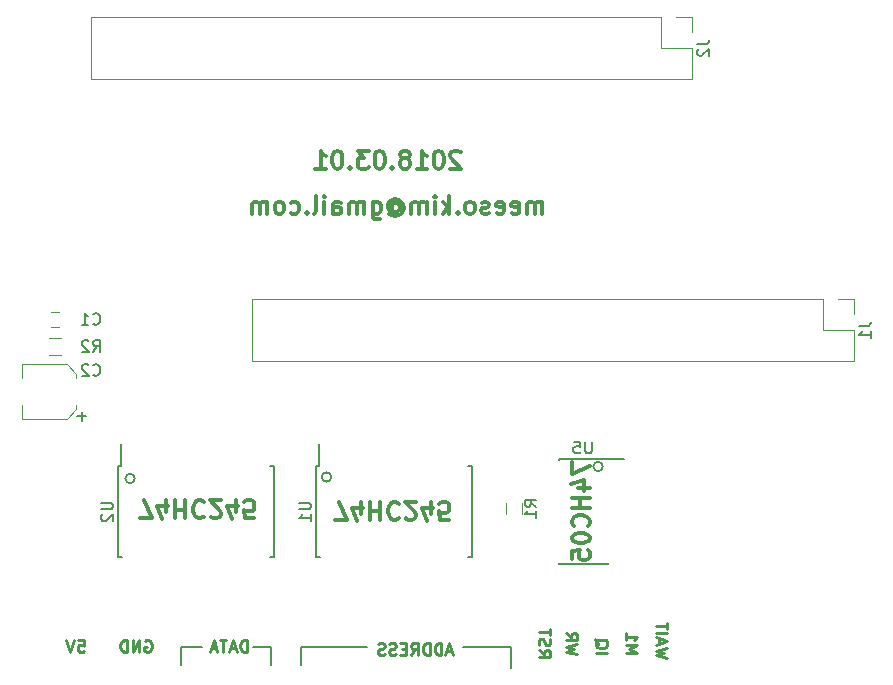
<source format=gbr>
G04 #@! TF.FileFunction,Legend,Bot*
%FSLAX46Y46*%
G04 Gerber Fmt 4.6, Leading zero omitted, Abs format (unit mm)*
G04 Created by KiCad (PCBNEW 4.0.7) date 03/01/18 16:35:59*
%MOMM*%
%LPD*%
G01*
G04 APERTURE LIST*
%ADD10C,0.100000*%
%ADD11C,0.200000*%
%ADD12C,0.300000*%
%ADD13C,0.250000*%
%ADD14C,0.120000*%
%ADD15C,0.150000*%
G04 APERTURE END LIST*
D10*
D11*
X175407609Y-89154000D02*
G75*
G03X175407609Y-89154000I-401609J0D01*
G01*
D12*
X172787571Y-88785430D02*
X172787571Y-89785430D01*
X174287571Y-89142573D01*
X173287571Y-90999715D02*
X174287571Y-90999715D01*
X172716143Y-90642572D02*
X173787571Y-90285429D01*
X173787571Y-91214001D01*
X174287571Y-91785429D02*
X172787571Y-91785429D01*
X173501857Y-91785429D02*
X173501857Y-92642572D01*
X174287571Y-92642572D02*
X172787571Y-92642572D01*
X174144714Y-94214001D02*
X174216143Y-94142572D01*
X174287571Y-93928286D01*
X174287571Y-93785429D01*
X174216143Y-93571144D01*
X174073286Y-93428286D01*
X173930429Y-93356858D01*
X173644714Y-93285429D01*
X173430429Y-93285429D01*
X173144714Y-93356858D01*
X173001857Y-93428286D01*
X172859000Y-93571144D01*
X172787571Y-93785429D01*
X172787571Y-93928286D01*
X172859000Y-94142572D01*
X172930429Y-94214001D01*
X172787571Y-95142572D02*
X172787571Y-95285429D01*
X172859000Y-95428286D01*
X172930429Y-95499715D01*
X173073286Y-95571144D01*
X173359000Y-95642572D01*
X173716143Y-95642572D01*
X174001857Y-95571144D01*
X174144714Y-95499715D01*
X174216143Y-95428286D01*
X174287571Y-95285429D01*
X174287571Y-95142572D01*
X174216143Y-94999715D01*
X174144714Y-94928286D01*
X174001857Y-94856858D01*
X173716143Y-94785429D01*
X173359000Y-94785429D01*
X173073286Y-94856858D01*
X172930429Y-94928286D01*
X172859000Y-94999715D01*
X172787571Y-95142572D01*
X172787571Y-96999715D02*
X172787571Y-96285429D01*
X173501857Y-96214000D01*
X173430429Y-96285429D01*
X173359000Y-96428286D01*
X173359000Y-96785429D01*
X173430429Y-96928286D01*
X173501857Y-96999715D01*
X173644714Y-97071143D01*
X174001857Y-97071143D01*
X174144714Y-96999715D01*
X174216143Y-96928286D01*
X174287571Y-96785429D01*
X174287571Y-96428286D01*
X174216143Y-96285429D01*
X174144714Y-96214000D01*
D11*
X135783609Y-90170000D02*
G75*
G03X135783609Y-90170000I-401609J0D01*
G01*
D12*
X136204144Y-93531429D02*
X137204144Y-93531429D01*
X136561287Y-92031429D01*
X138418429Y-93031429D02*
X138418429Y-92031429D01*
X138061286Y-93602857D02*
X137704143Y-92531429D01*
X138632715Y-92531429D01*
X139204143Y-92031429D02*
X139204143Y-93531429D01*
X139204143Y-92817143D02*
X140061286Y-92817143D01*
X140061286Y-92031429D02*
X140061286Y-93531429D01*
X141632715Y-92174286D02*
X141561286Y-92102857D01*
X141347000Y-92031429D01*
X141204143Y-92031429D01*
X140989858Y-92102857D01*
X140847000Y-92245714D01*
X140775572Y-92388571D01*
X140704143Y-92674286D01*
X140704143Y-92888571D01*
X140775572Y-93174286D01*
X140847000Y-93317143D01*
X140989858Y-93460000D01*
X141204143Y-93531429D01*
X141347000Y-93531429D01*
X141561286Y-93460000D01*
X141632715Y-93388571D01*
X142204143Y-93388571D02*
X142275572Y-93460000D01*
X142418429Y-93531429D01*
X142775572Y-93531429D01*
X142918429Y-93460000D01*
X142989858Y-93388571D01*
X143061286Y-93245714D01*
X143061286Y-93102857D01*
X142989858Y-92888571D01*
X142132715Y-92031429D01*
X143061286Y-92031429D01*
X144347000Y-93031429D02*
X144347000Y-92031429D01*
X143989857Y-93602857D02*
X143632714Y-92531429D01*
X144561286Y-92531429D01*
X145847000Y-93531429D02*
X145132714Y-93531429D01*
X145061285Y-92817143D01*
X145132714Y-92888571D01*
X145275571Y-92960000D01*
X145632714Y-92960000D01*
X145775571Y-92888571D01*
X145847000Y-92817143D01*
X145918428Y-92674286D01*
X145918428Y-92317143D01*
X145847000Y-92174286D01*
X145775571Y-92102857D01*
X145632714Y-92031429D01*
X145275571Y-92031429D01*
X145132714Y-92102857D01*
X145061285Y-92174286D01*
D11*
X152420609Y-90043000D02*
G75*
G03X152420609Y-90043000I-401609J0D01*
G01*
D12*
X152714144Y-93658429D02*
X153714144Y-93658429D01*
X153071287Y-92158429D01*
X154928429Y-93158429D02*
X154928429Y-92158429D01*
X154571286Y-93729857D02*
X154214143Y-92658429D01*
X155142715Y-92658429D01*
X155714143Y-92158429D02*
X155714143Y-93658429D01*
X155714143Y-92944143D02*
X156571286Y-92944143D01*
X156571286Y-92158429D02*
X156571286Y-93658429D01*
X158142715Y-92301286D02*
X158071286Y-92229857D01*
X157857000Y-92158429D01*
X157714143Y-92158429D01*
X157499858Y-92229857D01*
X157357000Y-92372714D01*
X157285572Y-92515571D01*
X157214143Y-92801286D01*
X157214143Y-93015571D01*
X157285572Y-93301286D01*
X157357000Y-93444143D01*
X157499858Y-93587000D01*
X157714143Y-93658429D01*
X157857000Y-93658429D01*
X158071286Y-93587000D01*
X158142715Y-93515571D01*
X158714143Y-93515571D02*
X158785572Y-93587000D01*
X158928429Y-93658429D01*
X159285572Y-93658429D01*
X159428429Y-93587000D01*
X159499858Y-93515571D01*
X159571286Y-93372714D01*
X159571286Y-93229857D01*
X159499858Y-93015571D01*
X158642715Y-92158429D01*
X159571286Y-92158429D01*
X160857000Y-93158429D02*
X160857000Y-92158429D01*
X160499857Y-93729857D02*
X160142714Y-92658429D01*
X161071286Y-92658429D01*
X162357000Y-93658429D02*
X161642714Y-93658429D01*
X161571285Y-92944143D01*
X161642714Y-93015571D01*
X161785571Y-93087000D01*
X162142714Y-93087000D01*
X162285571Y-93015571D01*
X162357000Y-92944143D01*
X162428428Y-92801286D01*
X162428428Y-92444143D01*
X162357000Y-92301286D01*
X162285571Y-92229857D01*
X162142714Y-92158429D01*
X161785571Y-92158429D01*
X161642714Y-92229857D01*
X161571285Y-92301286D01*
D11*
X167640000Y-104394000D02*
X163576000Y-104394000D01*
X167640000Y-106172000D02*
X167640000Y-104394000D01*
X149860000Y-104394000D02*
X155448000Y-104394000D01*
X149860000Y-105918000D02*
X149860000Y-104394000D01*
X147320000Y-104394000D02*
X145796000Y-104394000D01*
X147320000Y-105918000D02*
X147320000Y-104394000D01*
X139700000Y-104394000D02*
X141478000Y-104394000D01*
X139700000Y-105918000D02*
X139700000Y-104394000D01*
D13*
X162654857Y-104814667D02*
X162178666Y-104814667D01*
X162750095Y-105100381D02*
X162416762Y-104100381D01*
X162083428Y-105100381D01*
X161750095Y-105100381D02*
X161750095Y-104100381D01*
X161512000Y-104100381D01*
X161369142Y-104148000D01*
X161273904Y-104243238D01*
X161226285Y-104338476D01*
X161178666Y-104528952D01*
X161178666Y-104671810D01*
X161226285Y-104862286D01*
X161273904Y-104957524D01*
X161369142Y-105052762D01*
X161512000Y-105100381D01*
X161750095Y-105100381D01*
X160750095Y-105100381D02*
X160750095Y-104100381D01*
X160512000Y-104100381D01*
X160369142Y-104148000D01*
X160273904Y-104243238D01*
X160226285Y-104338476D01*
X160178666Y-104528952D01*
X160178666Y-104671810D01*
X160226285Y-104862286D01*
X160273904Y-104957524D01*
X160369142Y-105052762D01*
X160512000Y-105100381D01*
X160750095Y-105100381D01*
X159178666Y-105100381D02*
X159512000Y-104624190D01*
X159750095Y-105100381D02*
X159750095Y-104100381D01*
X159369142Y-104100381D01*
X159273904Y-104148000D01*
X159226285Y-104195619D01*
X159178666Y-104290857D01*
X159178666Y-104433714D01*
X159226285Y-104528952D01*
X159273904Y-104576571D01*
X159369142Y-104624190D01*
X159750095Y-104624190D01*
X158750095Y-104576571D02*
X158416761Y-104576571D01*
X158273904Y-105100381D02*
X158750095Y-105100381D01*
X158750095Y-104100381D01*
X158273904Y-104100381D01*
X157892952Y-105052762D02*
X157750095Y-105100381D01*
X157511999Y-105100381D01*
X157416761Y-105052762D01*
X157369142Y-105005143D01*
X157321523Y-104909905D01*
X157321523Y-104814667D01*
X157369142Y-104719429D01*
X157416761Y-104671810D01*
X157511999Y-104624190D01*
X157702476Y-104576571D01*
X157797714Y-104528952D01*
X157845333Y-104481333D01*
X157892952Y-104386095D01*
X157892952Y-104290857D01*
X157845333Y-104195619D01*
X157797714Y-104148000D01*
X157702476Y-104100381D01*
X157464380Y-104100381D01*
X157321523Y-104148000D01*
X156940571Y-105052762D02*
X156797714Y-105100381D01*
X156559618Y-105100381D01*
X156464380Y-105052762D01*
X156416761Y-105005143D01*
X156369142Y-104909905D01*
X156369142Y-104814667D01*
X156416761Y-104719429D01*
X156464380Y-104671810D01*
X156559618Y-104624190D01*
X156750095Y-104576571D01*
X156845333Y-104528952D01*
X156892952Y-104481333D01*
X156940571Y-104386095D01*
X156940571Y-104290857D01*
X156892952Y-104195619D01*
X156845333Y-104148000D01*
X156750095Y-104100381D01*
X156511999Y-104100381D01*
X156369142Y-104148000D01*
X145264000Y-104846381D02*
X145264000Y-103846381D01*
X145025905Y-103846381D01*
X144883047Y-103894000D01*
X144787809Y-103989238D01*
X144740190Y-104084476D01*
X144692571Y-104274952D01*
X144692571Y-104417810D01*
X144740190Y-104608286D01*
X144787809Y-104703524D01*
X144883047Y-104798762D01*
X145025905Y-104846381D01*
X145264000Y-104846381D01*
X144311619Y-104560667D02*
X143835428Y-104560667D01*
X144406857Y-104846381D02*
X144073524Y-103846381D01*
X143740190Y-104846381D01*
X143549714Y-103846381D02*
X142978285Y-103846381D01*
X143264000Y-104846381D02*
X143264000Y-103846381D01*
X142692571Y-104560667D02*
X142216380Y-104560667D01*
X142787809Y-104846381D02*
X142454476Y-103846381D01*
X142121142Y-104846381D01*
D12*
X163368856Y-62567429D02*
X163297427Y-62496000D01*
X163154570Y-62424571D01*
X162797427Y-62424571D01*
X162654570Y-62496000D01*
X162583141Y-62567429D01*
X162511713Y-62710286D01*
X162511713Y-62853143D01*
X162583141Y-63067429D01*
X163440284Y-63924571D01*
X162511713Y-63924571D01*
X161583142Y-62424571D02*
X161440285Y-62424571D01*
X161297428Y-62496000D01*
X161225999Y-62567429D01*
X161154570Y-62710286D01*
X161083142Y-62996000D01*
X161083142Y-63353143D01*
X161154570Y-63638857D01*
X161225999Y-63781714D01*
X161297428Y-63853143D01*
X161440285Y-63924571D01*
X161583142Y-63924571D01*
X161725999Y-63853143D01*
X161797428Y-63781714D01*
X161868856Y-63638857D01*
X161940285Y-63353143D01*
X161940285Y-62996000D01*
X161868856Y-62710286D01*
X161797428Y-62567429D01*
X161725999Y-62496000D01*
X161583142Y-62424571D01*
X159654571Y-63924571D02*
X160511714Y-63924571D01*
X160083142Y-63924571D02*
X160083142Y-62424571D01*
X160225999Y-62638857D01*
X160368857Y-62781714D01*
X160511714Y-62853143D01*
X158797428Y-63067429D02*
X158940286Y-62996000D01*
X159011714Y-62924571D01*
X159083143Y-62781714D01*
X159083143Y-62710286D01*
X159011714Y-62567429D01*
X158940286Y-62496000D01*
X158797428Y-62424571D01*
X158511714Y-62424571D01*
X158368857Y-62496000D01*
X158297428Y-62567429D01*
X158226000Y-62710286D01*
X158226000Y-62781714D01*
X158297428Y-62924571D01*
X158368857Y-62996000D01*
X158511714Y-63067429D01*
X158797428Y-63067429D01*
X158940286Y-63138857D01*
X159011714Y-63210286D01*
X159083143Y-63353143D01*
X159083143Y-63638857D01*
X159011714Y-63781714D01*
X158940286Y-63853143D01*
X158797428Y-63924571D01*
X158511714Y-63924571D01*
X158368857Y-63853143D01*
X158297428Y-63781714D01*
X158226000Y-63638857D01*
X158226000Y-63353143D01*
X158297428Y-63210286D01*
X158368857Y-63138857D01*
X158511714Y-63067429D01*
X157583143Y-63781714D02*
X157511715Y-63853143D01*
X157583143Y-63924571D01*
X157654572Y-63853143D01*
X157583143Y-63781714D01*
X157583143Y-63924571D01*
X156583143Y-62424571D02*
X156440286Y-62424571D01*
X156297429Y-62496000D01*
X156226000Y-62567429D01*
X156154571Y-62710286D01*
X156083143Y-62996000D01*
X156083143Y-63353143D01*
X156154571Y-63638857D01*
X156226000Y-63781714D01*
X156297429Y-63853143D01*
X156440286Y-63924571D01*
X156583143Y-63924571D01*
X156726000Y-63853143D01*
X156797429Y-63781714D01*
X156868857Y-63638857D01*
X156940286Y-63353143D01*
X156940286Y-62996000D01*
X156868857Y-62710286D01*
X156797429Y-62567429D01*
X156726000Y-62496000D01*
X156583143Y-62424571D01*
X155583143Y-62424571D02*
X154654572Y-62424571D01*
X155154572Y-62996000D01*
X154940286Y-62996000D01*
X154797429Y-63067429D01*
X154726000Y-63138857D01*
X154654572Y-63281714D01*
X154654572Y-63638857D01*
X154726000Y-63781714D01*
X154797429Y-63853143D01*
X154940286Y-63924571D01*
X155368858Y-63924571D01*
X155511715Y-63853143D01*
X155583143Y-63781714D01*
X154011715Y-63781714D02*
X153940287Y-63853143D01*
X154011715Y-63924571D01*
X154083144Y-63853143D01*
X154011715Y-63781714D01*
X154011715Y-63924571D01*
X153011715Y-62424571D02*
X152868858Y-62424571D01*
X152726001Y-62496000D01*
X152654572Y-62567429D01*
X152583143Y-62710286D01*
X152511715Y-62996000D01*
X152511715Y-63353143D01*
X152583143Y-63638857D01*
X152654572Y-63781714D01*
X152726001Y-63853143D01*
X152868858Y-63924571D01*
X153011715Y-63924571D01*
X153154572Y-63853143D01*
X153226001Y-63781714D01*
X153297429Y-63638857D01*
X153368858Y-63353143D01*
X153368858Y-62996000D01*
X153297429Y-62710286D01*
X153226001Y-62567429D01*
X153154572Y-62496000D01*
X153011715Y-62424571D01*
X151083144Y-63924571D02*
X151940287Y-63924571D01*
X151511715Y-63924571D02*
X151511715Y-62424571D01*
X151654572Y-62638857D01*
X151797430Y-62781714D01*
X151940287Y-62853143D01*
D13*
X131000476Y-103846381D02*
X131476667Y-103846381D01*
X131524286Y-104322571D01*
X131476667Y-104274952D01*
X131381429Y-104227333D01*
X131143333Y-104227333D01*
X131048095Y-104274952D01*
X131000476Y-104322571D01*
X130952857Y-104417810D01*
X130952857Y-104655905D01*
X131000476Y-104751143D01*
X131048095Y-104798762D01*
X131143333Y-104846381D01*
X131381429Y-104846381D01*
X131476667Y-104798762D01*
X131524286Y-104751143D01*
X130667143Y-103846381D02*
X130333810Y-104846381D01*
X130000476Y-103846381D01*
X136651904Y-103894000D02*
X136747142Y-103846381D01*
X136889999Y-103846381D01*
X137032857Y-103894000D01*
X137128095Y-103989238D01*
X137175714Y-104084476D01*
X137223333Y-104274952D01*
X137223333Y-104417810D01*
X137175714Y-104608286D01*
X137128095Y-104703524D01*
X137032857Y-104798762D01*
X136889999Y-104846381D01*
X136794761Y-104846381D01*
X136651904Y-104798762D01*
X136604285Y-104751143D01*
X136604285Y-104417810D01*
X136794761Y-104417810D01*
X136175714Y-104846381D02*
X136175714Y-103846381D01*
X135604285Y-104846381D01*
X135604285Y-103846381D01*
X135128095Y-104846381D02*
X135128095Y-103846381D01*
X134890000Y-103846381D01*
X134747142Y-103894000D01*
X134651904Y-103989238D01*
X134604285Y-104084476D01*
X134556666Y-104274952D01*
X134556666Y-104417810D01*
X134604285Y-104608286D01*
X134651904Y-104703524D01*
X134747142Y-104798762D01*
X134890000Y-104846381D01*
X135128095Y-104846381D01*
X173267619Y-105068571D02*
X172267619Y-104830476D01*
X172981905Y-104639999D01*
X172267619Y-104449523D01*
X173267619Y-104211428D01*
X172267619Y-103259047D02*
X172743810Y-103592381D01*
X172267619Y-103830476D02*
X173267619Y-103830476D01*
X173267619Y-103449523D01*
X173220000Y-103354285D01*
X173172381Y-103306666D01*
X173077143Y-103259047D01*
X172934286Y-103259047D01*
X172839048Y-103306666D01*
X172791429Y-103354285D01*
X172743810Y-103449523D01*
X172743810Y-103830476D01*
X174807619Y-104917809D02*
X175807619Y-104917809D01*
X174712381Y-103774952D02*
X174760000Y-103870190D01*
X174855238Y-103965428D01*
X174998095Y-104108285D01*
X175045714Y-104203524D01*
X175045714Y-104298762D01*
X174807619Y-104251143D02*
X174855238Y-104346381D01*
X174950476Y-104441619D01*
X175140952Y-104489238D01*
X175474286Y-104489238D01*
X175664762Y-104441619D01*
X175760000Y-104346381D01*
X175807619Y-104251143D01*
X175807619Y-104060666D01*
X175760000Y-103965428D01*
X175664762Y-103870190D01*
X175474286Y-103822571D01*
X175140952Y-103822571D01*
X174950476Y-103870190D01*
X174855238Y-103965428D01*
X174807619Y-104060666D01*
X174807619Y-104251143D01*
X177347619Y-104949524D02*
X178347619Y-104949524D01*
X177633333Y-104616190D01*
X178347619Y-104282857D01*
X177347619Y-104282857D01*
X177347619Y-103282857D02*
X177347619Y-103854286D01*
X177347619Y-103568572D02*
X178347619Y-103568572D01*
X178204762Y-103663810D01*
X178109524Y-103759048D01*
X178061905Y-103854286D01*
X180887619Y-105362190D02*
X179887619Y-105124095D01*
X180601905Y-104933618D01*
X179887619Y-104743142D01*
X180887619Y-104505047D01*
X180173333Y-104171714D02*
X180173333Y-103695523D01*
X179887619Y-104266952D02*
X180887619Y-103933619D01*
X179887619Y-103600285D01*
X179887619Y-103266952D02*
X180887619Y-103266952D01*
X180887619Y-102933619D02*
X180887619Y-102362190D01*
X179887619Y-102647905D02*
X180887619Y-102647905D01*
X169981619Y-104687619D02*
X170457810Y-105020953D01*
X169981619Y-105259048D02*
X170981619Y-105259048D01*
X170981619Y-104878095D01*
X170934000Y-104782857D01*
X170886381Y-104735238D01*
X170791143Y-104687619D01*
X170648286Y-104687619D01*
X170553048Y-104735238D01*
X170505429Y-104782857D01*
X170457810Y-104878095D01*
X170457810Y-105259048D01*
X170029238Y-104306667D02*
X169981619Y-104163810D01*
X169981619Y-103925714D01*
X170029238Y-103830476D01*
X170076857Y-103782857D01*
X170172095Y-103735238D01*
X170267333Y-103735238D01*
X170362571Y-103782857D01*
X170410190Y-103830476D01*
X170457810Y-103925714D01*
X170505429Y-104116191D01*
X170553048Y-104211429D01*
X170600667Y-104259048D01*
X170695905Y-104306667D01*
X170791143Y-104306667D01*
X170886381Y-104259048D01*
X170934000Y-104211429D01*
X170981619Y-104116191D01*
X170981619Y-103878095D01*
X170934000Y-103735238D01*
X170981619Y-103449524D02*
X170981619Y-102878095D01*
X169981619Y-103163810D02*
X170981619Y-103163810D01*
D12*
X170273714Y-67734571D02*
X170273714Y-66734571D01*
X170273714Y-66877429D02*
X170202286Y-66806000D01*
X170059428Y-66734571D01*
X169845143Y-66734571D01*
X169702286Y-66806000D01*
X169630857Y-66948857D01*
X169630857Y-67734571D01*
X169630857Y-66948857D02*
X169559428Y-66806000D01*
X169416571Y-66734571D01*
X169202286Y-66734571D01*
X169059428Y-66806000D01*
X168988000Y-66948857D01*
X168988000Y-67734571D01*
X167702286Y-67663143D02*
X167845143Y-67734571D01*
X168130857Y-67734571D01*
X168273714Y-67663143D01*
X168345143Y-67520286D01*
X168345143Y-66948857D01*
X168273714Y-66806000D01*
X168130857Y-66734571D01*
X167845143Y-66734571D01*
X167702286Y-66806000D01*
X167630857Y-66948857D01*
X167630857Y-67091714D01*
X168345143Y-67234571D01*
X166416572Y-67663143D02*
X166559429Y-67734571D01*
X166845143Y-67734571D01*
X166988000Y-67663143D01*
X167059429Y-67520286D01*
X167059429Y-66948857D01*
X166988000Y-66806000D01*
X166845143Y-66734571D01*
X166559429Y-66734571D01*
X166416572Y-66806000D01*
X166345143Y-66948857D01*
X166345143Y-67091714D01*
X167059429Y-67234571D01*
X165773715Y-67663143D02*
X165630858Y-67734571D01*
X165345143Y-67734571D01*
X165202286Y-67663143D01*
X165130858Y-67520286D01*
X165130858Y-67448857D01*
X165202286Y-67306000D01*
X165345143Y-67234571D01*
X165559429Y-67234571D01*
X165702286Y-67163143D01*
X165773715Y-67020286D01*
X165773715Y-66948857D01*
X165702286Y-66806000D01*
X165559429Y-66734571D01*
X165345143Y-66734571D01*
X165202286Y-66806000D01*
X164273714Y-67734571D02*
X164416572Y-67663143D01*
X164488000Y-67591714D01*
X164559429Y-67448857D01*
X164559429Y-67020286D01*
X164488000Y-66877429D01*
X164416572Y-66806000D01*
X164273714Y-66734571D01*
X164059429Y-66734571D01*
X163916572Y-66806000D01*
X163845143Y-66877429D01*
X163773714Y-67020286D01*
X163773714Y-67448857D01*
X163845143Y-67591714D01*
X163916572Y-67663143D01*
X164059429Y-67734571D01*
X164273714Y-67734571D01*
X163130857Y-67591714D02*
X163059429Y-67663143D01*
X163130857Y-67734571D01*
X163202286Y-67663143D01*
X163130857Y-67591714D01*
X163130857Y-67734571D01*
X162416571Y-67734571D02*
X162416571Y-66234571D01*
X162273714Y-67163143D02*
X161845143Y-67734571D01*
X161845143Y-66734571D02*
X162416571Y-67306000D01*
X161202285Y-67734571D02*
X161202285Y-66734571D01*
X161202285Y-66234571D02*
X161273714Y-66306000D01*
X161202285Y-66377429D01*
X161130857Y-66306000D01*
X161202285Y-66234571D01*
X161202285Y-66377429D01*
X160487999Y-67734571D02*
X160487999Y-66734571D01*
X160487999Y-66877429D02*
X160416571Y-66806000D01*
X160273713Y-66734571D01*
X160059428Y-66734571D01*
X159916571Y-66806000D01*
X159845142Y-66948857D01*
X159845142Y-67734571D01*
X159845142Y-66948857D02*
X159773713Y-66806000D01*
X159630856Y-66734571D01*
X159416571Y-66734571D01*
X159273713Y-66806000D01*
X159202285Y-66948857D01*
X159202285Y-67734571D01*
X157559428Y-67020286D02*
X157630856Y-66948857D01*
X157773713Y-66877429D01*
X157916571Y-66877429D01*
X158059428Y-66948857D01*
X158130856Y-67020286D01*
X158202285Y-67163143D01*
X158202285Y-67306000D01*
X158130856Y-67448857D01*
X158059428Y-67520286D01*
X157916571Y-67591714D01*
X157773713Y-67591714D01*
X157630856Y-67520286D01*
X157559428Y-67448857D01*
X157559428Y-66877429D02*
X157559428Y-67448857D01*
X157487999Y-67520286D01*
X157416571Y-67520286D01*
X157273713Y-67448857D01*
X157202285Y-67306000D01*
X157202285Y-66948857D01*
X157345142Y-66734571D01*
X157559428Y-66591714D01*
X157845142Y-66520286D01*
X158130856Y-66591714D01*
X158345142Y-66734571D01*
X158487999Y-66948857D01*
X158559428Y-67234571D01*
X158487999Y-67520286D01*
X158345142Y-67734571D01*
X158130856Y-67877429D01*
X157845142Y-67948857D01*
X157559428Y-67877429D01*
X157345142Y-67734571D01*
X155916571Y-66734571D02*
X155916571Y-67948857D01*
X155988000Y-68091714D01*
X156059428Y-68163143D01*
X156202285Y-68234571D01*
X156416571Y-68234571D01*
X156559428Y-68163143D01*
X155916571Y-67663143D02*
X156059428Y-67734571D01*
X156345142Y-67734571D01*
X156488000Y-67663143D01*
X156559428Y-67591714D01*
X156630857Y-67448857D01*
X156630857Y-67020286D01*
X156559428Y-66877429D01*
X156488000Y-66806000D01*
X156345142Y-66734571D01*
X156059428Y-66734571D01*
X155916571Y-66806000D01*
X155202285Y-67734571D02*
X155202285Y-66734571D01*
X155202285Y-66877429D02*
X155130857Y-66806000D01*
X154987999Y-66734571D01*
X154773714Y-66734571D01*
X154630857Y-66806000D01*
X154559428Y-66948857D01*
X154559428Y-67734571D01*
X154559428Y-66948857D02*
X154487999Y-66806000D01*
X154345142Y-66734571D01*
X154130857Y-66734571D01*
X153987999Y-66806000D01*
X153916571Y-66948857D01*
X153916571Y-67734571D01*
X152559428Y-67734571D02*
X152559428Y-66948857D01*
X152630857Y-66806000D01*
X152773714Y-66734571D01*
X153059428Y-66734571D01*
X153202285Y-66806000D01*
X152559428Y-67663143D02*
X152702285Y-67734571D01*
X153059428Y-67734571D01*
X153202285Y-67663143D01*
X153273714Y-67520286D01*
X153273714Y-67377429D01*
X153202285Y-67234571D01*
X153059428Y-67163143D01*
X152702285Y-67163143D01*
X152559428Y-67091714D01*
X151845142Y-67734571D02*
X151845142Y-66734571D01*
X151845142Y-66234571D02*
X151916571Y-66306000D01*
X151845142Y-66377429D01*
X151773714Y-66306000D01*
X151845142Y-66234571D01*
X151845142Y-66377429D01*
X150916570Y-67734571D02*
X151059428Y-67663143D01*
X151130856Y-67520286D01*
X151130856Y-66234571D01*
X150345142Y-67591714D02*
X150273714Y-67663143D01*
X150345142Y-67734571D01*
X150416571Y-67663143D01*
X150345142Y-67591714D01*
X150345142Y-67734571D01*
X148987999Y-67663143D02*
X149130856Y-67734571D01*
X149416570Y-67734571D01*
X149559428Y-67663143D01*
X149630856Y-67591714D01*
X149702285Y-67448857D01*
X149702285Y-67020286D01*
X149630856Y-66877429D01*
X149559428Y-66806000D01*
X149416570Y-66734571D01*
X149130856Y-66734571D01*
X148987999Y-66806000D01*
X148130856Y-67734571D02*
X148273714Y-67663143D01*
X148345142Y-67591714D01*
X148416571Y-67448857D01*
X148416571Y-67020286D01*
X148345142Y-66877429D01*
X148273714Y-66806000D01*
X148130856Y-66734571D01*
X147916571Y-66734571D01*
X147773714Y-66806000D01*
X147702285Y-66877429D01*
X147630856Y-67020286D01*
X147630856Y-67448857D01*
X147702285Y-67591714D01*
X147773714Y-67663143D01*
X147916571Y-67734571D01*
X148130856Y-67734571D01*
X146987999Y-67734571D02*
X146987999Y-66734571D01*
X146987999Y-66877429D02*
X146916571Y-66806000D01*
X146773713Y-66734571D01*
X146559428Y-66734571D01*
X146416571Y-66806000D01*
X146345142Y-66948857D01*
X146345142Y-67734571D01*
X146345142Y-66948857D02*
X146273713Y-66806000D01*
X146130856Y-66734571D01*
X145916571Y-66734571D01*
X145773713Y-66806000D01*
X145702285Y-66948857D01*
X145702285Y-67734571D01*
D14*
X180365000Y-51121000D02*
X132045000Y-51121000D01*
X132045000Y-51121000D02*
X132045000Y-56321000D01*
X132045000Y-56321000D02*
X182965000Y-56321000D01*
X182965000Y-56321000D02*
X182965000Y-53721000D01*
X182965000Y-53721000D02*
X180365000Y-53721000D01*
X180365000Y-53721000D02*
X180365000Y-51121000D01*
X181635000Y-51121000D02*
X182965000Y-51121000D01*
X182965000Y-51121000D02*
X182965000Y-52391000D01*
X194056000Y-74997000D02*
X145736000Y-74997000D01*
X145736000Y-74997000D02*
X145736000Y-80197000D01*
X145736000Y-80197000D02*
X196656000Y-80197000D01*
X196656000Y-80197000D02*
X196656000Y-77597000D01*
X196656000Y-77597000D02*
X194056000Y-77597000D01*
X194056000Y-77597000D02*
X194056000Y-74997000D01*
X195326000Y-74997000D02*
X196656000Y-74997000D01*
X196656000Y-74997000D02*
X196656000Y-76267000D01*
X167214000Y-92210000D02*
X167214000Y-93210000D01*
X168574000Y-93210000D02*
X168574000Y-92210000D01*
D15*
X151159000Y-89089000D02*
X151409000Y-89089000D01*
X151159000Y-96839000D02*
X151494000Y-96839000D01*
X164309000Y-96839000D02*
X163974000Y-96839000D01*
X164309000Y-89089000D02*
X163974000Y-89089000D01*
X151159000Y-89089000D02*
X151159000Y-96839000D01*
X164309000Y-89089000D02*
X164309000Y-96839000D01*
X151409000Y-89089000D02*
X151409000Y-87289000D01*
X134395000Y-89089000D02*
X134645000Y-89089000D01*
X134395000Y-96839000D02*
X134730000Y-96839000D01*
X147545000Y-96839000D02*
X147210000Y-96839000D01*
X147545000Y-89089000D02*
X147210000Y-89089000D01*
X134395000Y-89089000D02*
X134395000Y-96839000D01*
X147545000Y-89089000D02*
X147545000Y-96839000D01*
X134645000Y-89089000D02*
X134645000Y-87289000D01*
X175811000Y-88514000D02*
X175811000Y-88539000D01*
X171661000Y-88514000D02*
X171661000Y-88629000D01*
X171661000Y-97414000D02*
X171661000Y-97299000D01*
X175811000Y-97414000D02*
X175811000Y-97299000D01*
X175811000Y-88514000D02*
X171661000Y-88514000D01*
X175811000Y-97414000D02*
X171661000Y-97414000D01*
X175811000Y-88539000D02*
X177186000Y-88539000D01*
D14*
X129382000Y-76108000D02*
X128682000Y-76108000D01*
X128682000Y-77308000D02*
X129382000Y-77308000D01*
X130814000Y-81284000D02*
X130814000Y-81684000D01*
X126234000Y-80514000D02*
X126234000Y-81684000D01*
X126234000Y-85094000D02*
X126234000Y-83924000D01*
X130814000Y-84324000D02*
X130814000Y-83924000D01*
X130044000Y-85094000D02*
X126234000Y-85094000D01*
X130044000Y-85094000D02*
X130814000Y-84324000D01*
X130044000Y-80514000D02*
X126234000Y-80514000D01*
X130044000Y-80514000D02*
X130814000Y-81284000D01*
X128532000Y-79674000D02*
X129532000Y-79674000D01*
X129532000Y-78314000D02*
X128532000Y-78314000D01*
D15*
X183417381Y-53387667D02*
X184131667Y-53387667D01*
X184274524Y-53340047D01*
X184369762Y-53244809D01*
X184417381Y-53101952D01*
X184417381Y-53006714D01*
X183512619Y-53816238D02*
X183465000Y-53863857D01*
X183417381Y-53959095D01*
X183417381Y-54197191D01*
X183465000Y-54292429D01*
X183512619Y-54340048D01*
X183607857Y-54387667D01*
X183703095Y-54387667D01*
X183845952Y-54340048D01*
X184417381Y-53768619D01*
X184417381Y-54387667D01*
X197108381Y-77263667D02*
X197822667Y-77263667D01*
X197965524Y-77216047D01*
X198060762Y-77120809D01*
X198108381Y-76977952D01*
X198108381Y-76882714D01*
X198108381Y-78263667D02*
X198108381Y-77692238D01*
X198108381Y-77977952D02*
X197108381Y-77977952D01*
X197251238Y-77882714D01*
X197346476Y-77787476D01*
X197394095Y-77692238D01*
X169796381Y-92543334D02*
X169320190Y-92210000D01*
X169796381Y-91971905D02*
X168796381Y-91971905D01*
X168796381Y-92352858D01*
X168844000Y-92448096D01*
X168891619Y-92495715D01*
X168986857Y-92543334D01*
X169129714Y-92543334D01*
X169224952Y-92495715D01*
X169272571Y-92448096D01*
X169320190Y-92352858D01*
X169320190Y-91971905D01*
X169796381Y-93495715D02*
X169796381Y-92924286D01*
X169796381Y-93210000D02*
X168796381Y-93210000D01*
X168939238Y-93114762D01*
X169034476Y-93019524D01*
X169082095Y-92924286D01*
X149686381Y-92202095D02*
X150495905Y-92202095D01*
X150591143Y-92249714D01*
X150638762Y-92297333D01*
X150686381Y-92392571D01*
X150686381Y-92583048D01*
X150638762Y-92678286D01*
X150591143Y-92725905D01*
X150495905Y-92773524D01*
X149686381Y-92773524D01*
X150686381Y-93773524D02*
X150686381Y-93202095D01*
X150686381Y-93487809D02*
X149686381Y-93487809D01*
X149829238Y-93392571D01*
X149924476Y-93297333D01*
X149972095Y-93202095D01*
X132922381Y-92202095D02*
X133731905Y-92202095D01*
X133827143Y-92249714D01*
X133874762Y-92297333D01*
X133922381Y-92392571D01*
X133922381Y-92583048D01*
X133874762Y-92678286D01*
X133827143Y-92725905D01*
X133731905Y-92773524D01*
X132922381Y-92773524D01*
X133017619Y-93202095D02*
X132970000Y-93249714D01*
X132922381Y-93344952D01*
X132922381Y-93583048D01*
X132970000Y-93678286D01*
X133017619Y-93725905D01*
X133112857Y-93773524D01*
X133208095Y-93773524D01*
X133350952Y-93725905D01*
X133922381Y-93154476D01*
X133922381Y-93773524D01*
X174497905Y-87041381D02*
X174497905Y-87850905D01*
X174450286Y-87946143D01*
X174402667Y-87993762D01*
X174307429Y-88041381D01*
X174116952Y-88041381D01*
X174021714Y-87993762D01*
X173974095Y-87946143D01*
X173926476Y-87850905D01*
X173926476Y-87041381D01*
X172974095Y-87041381D02*
X173450286Y-87041381D01*
X173497905Y-87517571D01*
X173450286Y-87469952D01*
X173355048Y-87422333D01*
X173116952Y-87422333D01*
X173021714Y-87469952D01*
X172974095Y-87517571D01*
X172926476Y-87612810D01*
X172926476Y-87850905D01*
X172974095Y-87946143D01*
X173021714Y-87993762D01*
X173116952Y-88041381D01*
X173355048Y-88041381D01*
X173450286Y-87993762D01*
X173497905Y-87946143D01*
X132246666Y-77065143D02*
X132294285Y-77112762D01*
X132437142Y-77160381D01*
X132532380Y-77160381D01*
X132675238Y-77112762D01*
X132770476Y-77017524D01*
X132818095Y-76922286D01*
X132865714Y-76731810D01*
X132865714Y-76588952D01*
X132818095Y-76398476D01*
X132770476Y-76303238D01*
X132675238Y-76208000D01*
X132532380Y-76160381D01*
X132437142Y-76160381D01*
X132294285Y-76208000D01*
X132246666Y-76255619D01*
X131294285Y-77160381D02*
X131865714Y-77160381D01*
X131580000Y-77160381D02*
X131580000Y-76160381D01*
X131675238Y-76303238D01*
X131770476Y-76398476D01*
X131865714Y-76446095D01*
X132246666Y-81383143D02*
X132294285Y-81430762D01*
X132437142Y-81478381D01*
X132532380Y-81478381D01*
X132675238Y-81430762D01*
X132770476Y-81335524D01*
X132818095Y-81240286D01*
X132865714Y-81049810D01*
X132865714Y-80906952D01*
X132818095Y-80716476D01*
X132770476Y-80621238D01*
X132675238Y-80526000D01*
X132532380Y-80478381D01*
X132437142Y-80478381D01*
X132294285Y-80526000D01*
X132246666Y-80573619D01*
X131865714Y-80573619D02*
X131818095Y-80526000D01*
X131722857Y-80478381D01*
X131484761Y-80478381D01*
X131389523Y-80526000D01*
X131341904Y-80573619D01*
X131294285Y-80668857D01*
X131294285Y-80764095D01*
X131341904Y-80906952D01*
X131913333Y-81478381D01*
X131294285Y-81478381D01*
X131674952Y-84885429D02*
X130913047Y-84885429D01*
X131293999Y-85266381D02*
X131293999Y-84504476D01*
X132246666Y-79446381D02*
X132580000Y-78970190D01*
X132818095Y-79446381D02*
X132818095Y-78446381D01*
X132437142Y-78446381D01*
X132341904Y-78494000D01*
X132294285Y-78541619D01*
X132246666Y-78636857D01*
X132246666Y-78779714D01*
X132294285Y-78874952D01*
X132341904Y-78922571D01*
X132437142Y-78970190D01*
X132818095Y-78970190D01*
X131865714Y-78541619D02*
X131818095Y-78494000D01*
X131722857Y-78446381D01*
X131484761Y-78446381D01*
X131389523Y-78494000D01*
X131341904Y-78541619D01*
X131294285Y-78636857D01*
X131294285Y-78732095D01*
X131341904Y-78874952D01*
X131913333Y-79446381D01*
X131294285Y-79446381D01*
M02*

</source>
